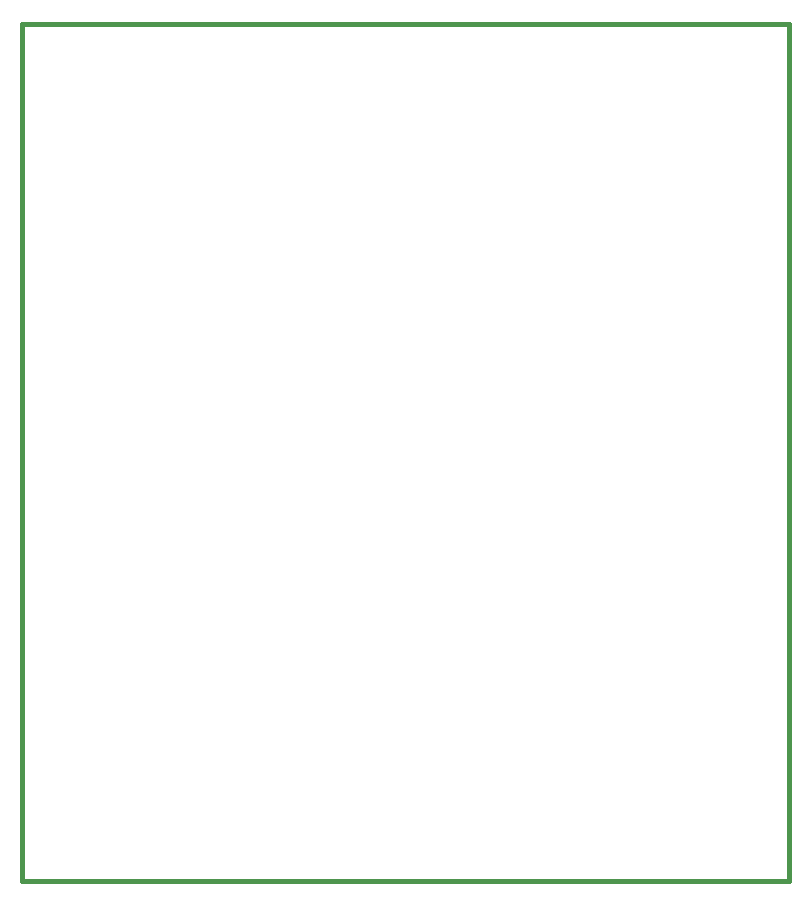
<source format=gko>
G04*
G04 #@! TF.GenerationSoftware,Altium Limited,Altium Designer,19.1.9 (167)*
G04*
G04 Layer_Color=16711935*
%FSLAX25Y25*%
%MOIN*%
G70*
G01*
G75*
%ADD134C,0.01575*%
D134*
X-3937Y-0D02*
X251969D01*
X-3937Y285825D02*
X251969D01*
X251969Y-0D02*
Y285827D01*
X-3937Y-0D02*
Y285827D01*
M02*

</source>
